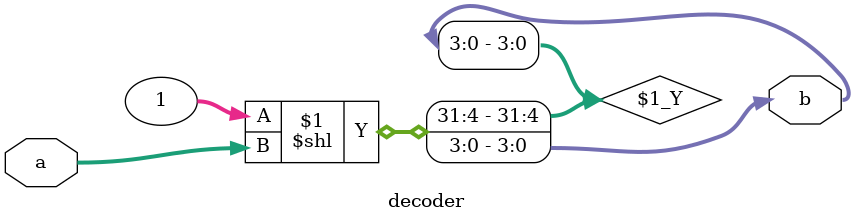
<source format=sv>
module decoder(a, b) ;
	parameter n=2 ;
	parameter m=4 ;

	input  [n-1:0] a ;
	output [m-1:0] b ;

	wire [m-1:0] b = 1 << a ;
	
endmodule

</source>
